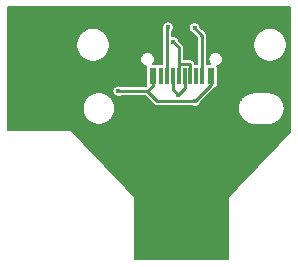
<source format=gbr>
%TF.GenerationSoftware,KiCad,Pcbnew,(5.1.10)-1*%
%TF.CreationDate,2022-02-26T10:37:02-05:00*%
%TF.ProjectId,001,3030312e-6b69-4636-9164-5f7063625858,rev?*%
%TF.SameCoordinates,Original*%
%TF.FileFunction,Copper,L2,Bot*%
%TF.FilePolarity,Positive*%
%FSLAX46Y46*%
G04 Gerber Fmt 4.6, Leading zero omitted, Abs format (unit mm)*
G04 Created by KiCad (PCBNEW (5.1.10)-1) date 2022-02-26 10:37:02*
%MOMM*%
%LPD*%
G01*
G04 APERTURE LIST*
%TA.AperFunction,ComponentPad*%
%ADD10O,1.000000X1.600000*%
%TD*%
%TA.AperFunction,ComponentPad*%
%ADD11O,1.000000X2.100000*%
%TD*%
%TA.AperFunction,SMDPad,CuDef*%
%ADD12R,0.300000X1.450000*%
%TD*%
%TA.AperFunction,SMDPad,CuDef*%
%ADD13R,0.600000X1.450000*%
%TD*%
%TA.AperFunction,ViaPad*%
%ADD14C,0.400000*%
%TD*%
%TA.AperFunction,Conductor*%
%ADD15C,0.250000*%
%TD*%
%TA.AperFunction,Conductor*%
%ADD16C,0.200000*%
%TD*%
%TA.AperFunction,Conductor*%
%ADD17C,0.100000*%
%TD*%
G04 APERTURE END LIST*
D10*
%TO.P,J1,S1*%
%TO.N,GND*%
X123120000Y-71350000D03*
X114480000Y-71350000D03*
D11*
X114480000Y-75530000D03*
X123120000Y-75530000D03*
D12*
%TO.P,J1,A6*%
%TO.N,Net-(J1-PadA6)*%
X118550000Y-76445000D03*
%TO.P,J1,B5*%
%TO.N,Net-(J1-PadB5)*%
X120550000Y-76445000D03*
%TO.P,J1,A8*%
%TO.N,Net-(J1-PadA8)*%
X120050000Y-76445000D03*
%TO.P,J1,B6*%
%TO.N,Net-(J1-PadA6)*%
X119550000Y-76445000D03*
%TO.P,J1,A7*%
%TO.N,Net-(J1-PadA7)*%
X119050000Y-76445000D03*
%TO.P,J1,B7*%
X118050000Y-76445000D03*
%TO.P,J1,A5*%
%TO.N,Net-(J1-PadA5)*%
X117550000Y-76445000D03*
%TO.P,J1,B8*%
%TO.N,Net-(J1-PadB8)*%
X117050000Y-76445000D03*
D13*
%TO.P,J1,A12*%
%TO.N,GND*%
X122050000Y-76445000D03*
%TO.P,J1,B4*%
%TO.N,/vcc*%
X121250000Y-76445000D03*
%TO.P,J1,A4*%
X116350000Y-76445000D03*
%TO.P,J1,A1*%
%TO.N,GND*%
X115550000Y-76445000D03*
%TO.P,J1,B12*%
X115550000Y-76445000D03*
%TO.P,J1,B9*%
%TO.N,/vcc*%
X116350000Y-76445000D03*
%TO.P,J1,A9*%
X121250000Y-76445000D03*
%TO.P,J1,B1*%
%TO.N,GND*%
X122050000Y-76445000D03*
%TD*%
D14*
%TO.N,/vcc*%
X113441268Y-77708732D03*
X119930001Y-78525001D03*
%TO.N,GND*%
X109046446Y-79053554D03*
%TO.N,Net-(J1-PadA6)*%
X118100000Y-73550000D03*
%TO.N,Net-(J1-PadB5)*%
X119900000Y-72350000D03*
%TO.N,Net-(J1-PadA7)*%
X118500000Y-78000000D03*
%TO.N,Net-(J1-PadA5)*%
X117650000Y-72300000D03*
%TD*%
D15*
%TO.N,/vcc*%
X116350000Y-77255002D02*
X116350000Y-76445000D01*
X115896270Y-77708732D02*
X116350000Y-77255002D01*
X113441268Y-77708732D02*
X115896270Y-77708732D01*
X116712539Y-78525001D02*
X115896270Y-77708732D01*
X119930001Y-78525001D02*
X116712539Y-78525001D01*
X121250000Y-77205002D02*
X119930001Y-78525001D01*
X121250000Y-76445000D02*
X121250000Y-77205002D01*
%TO.N,Net-(J1-PadA6)*%
X118550000Y-74000000D02*
X118100000Y-73550000D01*
X118550000Y-76445000D02*
X118550000Y-74000000D01*
X118550000Y-75484998D02*
X118550000Y-76445000D01*
X118639999Y-75394999D02*
X118550000Y-75484998D01*
X119474999Y-75394999D02*
X118639999Y-75394999D01*
X119550000Y-75470000D02*
X119474999Y-75394999D01*
X119550000Y-76445000D02*
X119550000Y-75470000D01*
%TO.N,Net-(J1-PadB5)*%
X120550000Y-73000000D02*
X119900000Y-72350000D01*
X120550000Y-76445000D02*
X120550000Y-73000000D01*
%TO.N,Net-(J1-PadA7)*%
X118050000Y-77550000D02*
X118050000Y-76445000D01*
X118500000Y-78000000D02*
X118050000Y-77550000D01*
X119050000Y-77450000D02*
X118500000Y-78000000D01*
X119050000Y-76445000D02*
X119050000Y-77450000D01*
%TO.N,Net-(J1-PadA5)*%
X117550000Y-72400000D02*
X117650000Y-72300000D01*
X117550000Y-76445000D02*
X117550000Y-72400000D01*
%TD*%
D16*
%TO.N,GND*%
X127975000Y-81148309D02*
X122828544Y-86540032D01*
X122819080Y-86547799D01*
X122806506Y-86563120D01*
X122803885Y-86565866D01*
X122796371Y-86575470D01*
X122778466Y-86597286D01*
X122776667Y-86600652D01*
X122774318Y-86603654D01*
X122761596Y-86628849D01*
X122748288Y-86653746D01*
X122747181Y-86657394D01*
X122745461Y-86660801D01*
X122737888Y-86688030D01*
X122729704Y-86715009D01*
X122729331Y-86718798D01*
X122728307Y-86722479D01*
X122726192Y-86750666D01*
X122725001Y-86762759D01*
X122725001Y-86766540D01*
X122723517Y-86786318D01*
X122725001Y-86798479D01*
X122725000Y-91953720D01*
X114875000Y-91953720D01*
X114875000Y-86798470D01*
X114876483Y-86786318D01*
X114875000Y-86766553D01*
X114875000Y-86762759D01*
X114873805Y-86750625D01*
X114871693Y-86722478D01*
X114870671Y-86718802D01*
X114870297Y-86715009D01*
X114862104Y-86688001D01*
X114854539Y-86660800D01*
X114852820Y-86657397D01*
X114851713Y-86653746D01*
X114838396Y-86628832D01*
X114825682Y-86603653D01*
X114823335Y-86600653D01*
X114821535Y-86597286D01*
X114803626Y-86575464D01*
X114796115Y-86565865D01*
X114793495Y-86563121D01*
X114780921Y-86547799D01*
X114771457Y-86540032D01*
X109543498Y-81062924D01*
X109530921Y-81047599D01*
X109509088Y-81029681D01*
X109487702Y-81011281D01*
X109484388Y-81009409D01*
X109481434Y-81006985D01*
X109456494Y-80993654D01*
X109431959Y-80979797D01*
X109428342Y-80978607D01*
X109424974Y-80976807D01*
X109397946Y-80968608D01*
X109371146Y-80959792D01*
X109367360Y-80959330D01*
X109363711Y-80958223D01*
X109335604Y-80955455D01*
X109307598Y-80952037D01*
X109287833Y-80953520D01*
X104125000Y-80953520D01*
X104125000Y-79041586D01*
X110411717Y-79041586D01*
X110411717Y-79315054D01*
X110465068Y-79583267D01*
X110569720Y-79835918D01*
X110721650Y-80063299D01*
X110915021Y-80256670D01*
X111142402Y-80408600D01*
X111395053Y-80513252D01*
X111663266Y-80566603D01*
X111936734Y-80566603D01*
X112204947Y-80513252D01*
X112457598Y-80408600D01*
X112684979Y-80256670D01*
X112878350Y-80063299D01*
X113030280Y-79835918D01*
X113134932Y-79583267D01*
X113188283Y-79315054D01*
X113188283Y-79156196D01*
X123576363Y-79156196D01*
X123576569Y-79185656D01*
X123576364Y-79215105D01*
X123576806Y-79219621D01*
X123598226Y-79423423D01*
X123604149Y-79452278D01*
X123609669Y-79481213D01*
X123610981Y-79485558D01*
X123671579Y-79681317D01*
X123682998Y-79708481D01*
X123694028Y-79735781D01*
X123696158Y-79739789D01*
X123793625Y-79920051D01*
X123810092Y-79944463D01*
X123826226Y-79969119D01*
X123829094Y-79972636D01*
X123959717Y-80130532D01*
X123980611Y-80151280D01*
X124001228Y-80172333D01*
X124004725Y-80175226D01*
X124163529Y-80304744D01*
X124188074Y-80321051D01*
X124212369Y-80337686D01*
X124216361Y-80339845D01*
X124397298Y-80436051D01*
X124424512Y-80447267D01*
X124451605Y-80458879D01*
X124455940Y-80460222D01*
X124652118Y-80519452D01*
X124681016Y-80525174D01*
X124709826Y-80531297D01*
X124714340Y-80531772D01*
X124918286Y-80551769D01*
X124918292Y-80551769D01*
X124934039Y-80553320D01*
X126165961Y-80553320D01*
X126182744Y-80551667D01*
X126196375Y-80551667D01*
X126200888Y-80551193D01*
X126404535Y-80528350D01*
X126433325Y-80522230D01*
X126462242Y-80516504D01*
X126466577Y-80515162D01*
X126661909Y-80453199D01*
X126688941Y-80441612D01*
X126716217Y-80430370D01*
X126720209Y-80428211D01*
X126899785Y-80329488D01*
X126924092Y-80312845D01*
X126948623Y-80296546D01*
X126952120Y-80293654D01*
X127109102Y-80161932D01*
X127129707Y-80140890D01*
X127150612Y-80120130D01*
X127153481Y-80116613D01*
X127281888Y-79956908D01*
X127298024Y-79932249D01*
X127314489Y-79907839D01*
X127316619Y-79903832D01*
X127411559Y-79722228D01*
X127422576Y-79694959D01*
X127434008Y-79667763D01*
X127435320Y-79663418D01*
X127493179Y-79466831D01*
X127498700Y-79437890D01*
X127504621Y-79409041D01*
X127505065Y-79404524D01*
X127523637Y-79200445D01*
X127523431Y-79170985D01*
X127523636Y-79141536D01*
X127523194Y-79137019D01*
X127501774Y-78933217D01*
X127495851Y-78904363D01*
X127490331Y-78875427D01*
X127489019Y-78871083D01*
X127428421Y-78675323D01*
X127417007Y-78648171D01*
X127405972Y-78620859D01*
X127403842Y-78616852D01*
X127306375Y-78436589D01*
X127289908Y-78412177D01*
X127273774Y-78387521D01*
X127270906Y-78384004D01*
X127140283Y-78226108D01*
X127119372Y-78205343D01*
X127098772Y-78184307D01*
X127095275Y-78181414D01*
X126936470Y-78051896D01*
X126911921Y-78035585D01*
X126887631Y-78018954D01*
X126883639Y-78016795D01*
X126702702Y-77920589D01*
X126675520Y-77909386D01*
X126648395Y-77897760D01*
X126644060Y-77896418D01*
X126447882Y-77837188D01*
X126418984Y-77831466D01*
X126390174Y-77825343D01*
X126385660Y-77824868D01*
X126181714Y-77804871D01*
X126181708Y-77804871D01*
X126165961Y-77803320D01*
X124934039Y-77803320D01*
X124917256Y-77804973D01*
X124903625Y-77804973D01*
X124899112Y-77805447D01*
X124695465Y-77828290D01*
X124666638Y-77834418D01*
X124637758Y-77840137D01*
X124633422Y-77841478D01*
X124438091Y-77903441D01*
X124411047Y-77915033D01*
X124383783Y-77926270D01*
X124379791Y-77928428D01*
X124200215Y-78027152D01*
X124175934Y-78043777D01*
X124151377Y-78060093D01*
X124147880Y-78062986D01*
X123990899Y-78194708D01*
X123970296Y-78215747D01*
X123949388Y-78236510D01*
X123946519Y-78240027D01*
X123818112Y-78399733D01*
X123801976Y-78424392D01*
X123785511Y-78448802D01*
X123783380Y-78452809D01*
X123688441Y-78634412D01*
X123677412Y-78661710D01*
X123665992Y-78688877D01*
X123664680Y-78693221D01*
X123606821Y-78889809D01*
X123601299Y-78918756D01*
X123595379Y-78947599D01*
X123594935Y-78952116D01*
X123576363Y-79156196D01*
X113188283Y-79156196D01*
X113188283Y-79041586D01*
X113134932Y-78773373D01*
X113030280Y-78520722D01*
X112878350Y-78293341D01*
X112684979Y-78099970D01*
X112457598Y-77948040D01*
X112204947Y-77843388D01*
X111936734Y-77790037D01*
X111663266Y-77790037D01*
X111395053Y-77843388D01*
X111142402Y-77948040D01*
X110915021Y-78099970D01*
X110721650Y-78293341D01*
X110569720Y-78520722D01*
X110465068Y-78773373D01*
X110411717Y-79041586D01*
X104125000Y-79041586D01*
X104125000Y-77659486D01*
X112941268Y-77659486D01*
X112941268Y-77757978D01*
X112960483Y-77854577D01*
X112998174Y-77945571D01*
X113052893Y-78027463D01*
X113122537Y-78097107D01*
X113204429Y-78151826D01*
X113295423Y-78189517D01*
X113392022Y-78208732D01*
X113490514Y-78208732D01*
X113587113Y-78189517D01*
X113678107Y-78151826D01*
X113705186Y-78133732D01*
X115720230Y-78133732D01*
X116397260Y-78810763D01*
X116410565Y-78826975D01*
X116426777Y-78840280D01*
X116426778Y-78840281D01*
X116430983Y-78843732D01*
X116475279Y-78880085D01*
X116523394Y-78905802D01*
X116549111Y-78919549D01*
X116594166Y-78933216D01*
X116629225Y-78943851D01*
X116691665Y-78950001D01*
X116691672Y-78950001D01*
X116712539Y-78952056D01*
X116733406Y-78950001D01*
X119666083Y-78950001D01*
X119693162Y-78968095D01*
X119784156Y-79005786D01*
X119880755Y-79025001D01*
X119979247Y-79025001D01*
X120075846Y-79005786D01*
X120166840Y-78968095D01*
X120248732Y-78913376D01*
X120318376Y-78843732D01*
X120373095Y-78761840D01*
X120410786Y-78670846D01*
X120417140Y-78638902D01*
X121535762Y-77520281D01*
X121551974Y-77506976D01*
X121581603Y-77470874D01*
X121583866Y-77468116D01*
X121608810Y-77465659D01*
X121665360Y-77448504D01*
X121717477Y-77420647D01*
X121763158Y-77383158D01*
X121800647Y-77337477D01*
X121828504Y-77285360D01*
X121845659Y-77228810D01*
X121851451Y-77170000D01*
X121851451Y-75720000D01*
X121845659Y-75661190D01*
X121829950Y-75609406D01*
X121872306Y-75600981D01*
X121986048Y-75553868D01*
X122088414Y-75485469D01*
X122175469Y-75398414D01*
X122243868Y-75296048D01*
X122290981Y-75182306D01*
X122315000Y-75061557D01*
X122315000Y-74938443D01*
X122290981Y-74817694D01*
X122243868Y-74703952D01*
X122175469Y-74601586D01*
X122088414Y-74514531D01*
X121986048Y-74446132D01*
X121872306Y-74399019D01*
X121751557Y-74375000D01*
X121628443Y-74375000D01*
X121507694Y-74399019D01*
X121393952Y-74446132D01*
X121291586Y-74514531D01*
X121204531Y-74601586D01*
X121136132Y-74703952D01*
X121089019Y-74817694D01*
X121065000Y-74938443D01*
X121065000Y-75061557D01*
X121089019Y-75182306D01*
X121136132Y-75296048D01*
X121204531Y-75398414D01*
X121224666Y-75418549D01*
X120975000Y-75418549D01*
X120975000Y-73636685D01*
X124859178Y-73636685D01*
X124859178Y-73919955D01*
X124914441Y-74197781D01*
X125022844Y-74459488D01*
X125180220Y-74695018D01*
X125380522Y-74895320D01*
X125616052Y-75052696D01*
X125877759Y-75161099D01*
X126155585Y-75216362D01*
X126438855Y-75216362D01*
X126716681Y-75161099D01*
X126978388Y-75052696D01*
X127213918Y-74895320D01*
X127414220Y-74695018D01*
X127571596Y-74459488D01*
X127679999Y-74197781D01*
X127735262Y-73919955D01*
X127735262Y-73636685D01*
X127679999Y-73358859D01*
X127571596Y-73097152D01*
X127414220Y-72861622D01*
X127213918Y-72661320D01*
X126978388Y-72503944D01*
X126716681Y-72395541D01*
X126438855Y-72340278D01*
X126155585Y-72340278D01*
X125877759Y-72395541D01*
X125616052Y-72503944D01*
X125380522Y-72661320D01*
X125180220Y-72861622D01*
X125022844Y-73097152D01*
X124914441Y-73358859D01*
X124859178Y-73636685D01*
X120975000Y-73636685D01*
X120975000Y-73020867D01*
X120977055Y-73000000D01*
X120975000Y-72979133D01*
X120975000Y-72979126D01*
X120968850Y-72916686D01*
X120944548Y-72836573D01*
X120944548Y-72836572D01*
X120930801Y-72810855D01*
X120905084Y-72762740D01*
X120851974Y-72698026D01*
X120835762Y-72684721D01*
X120387139Y-72236099D01*
X120380785Y-72204155D01*
X120343094Y-72113161D01*
X120288375Y-72031269D01*
X120218731Y-71961625D01*
X120136839Y-71906906D01*
X120045845Y-71869215D01*
X119949246Y-71850000D01*
X119850754Y-71850000D01*
X119754155Y-71869215D01*
X119663161Y-71906906D01*
X119581269Y-71961625D01*
X119511625Y-72031269D01*
X119456906Y-72113161D01*
X119419215Y-72204155D01*
X119400000Y-72300754D01*
X119400000Y-72399246D01*
X119419215Y-72495845D01*
X119456906Y-72586839D01*
X119511625Y-72668731D01*
X119581269Y-72738375D01*
X119663161Y-72793094D01*
X119754155Y-72830785D01*
X119786099Y-72837139D01*
X120125001Y-73176042D01*
X120125000Y-75418549D01*
X119971988Y-75418549D01*
X119968850Y-75386686D01*
X119944548Y-75306573D01*
X119905084Y-75232740D01*
X119851974Y-75168026D01*
X119835756Y-75154716D01*
X119790283Y-75109243D01*
X119776973Y-75093025D01*
X119712259Y-75039915D01*
X119638426Y-75000451D01*
X119558313Y-74976149D01*
X119495873Y-74969999D01*
X119495866Y-74969999D01*
X119474999Y-74967944D01*
X119454132Y-74969999D01*
X118975000Y-74969999D01*
X118975000Y-74020866D01*
X118977055Y-73999999D01*
X118975000Y-73979132D01*
X118975000Y-73979126D01*
X118968850Y-73916686D01*
X118944548Y-73836573D01*
X118905084Y-73762740D01*
X118851974Y-73698026D01*
X118835762Y-73684721D01*
X118587139Y-73436099D01*
X118580785Y-73404155D01*
X118543094Y-73313161D01*
X118488375Y-73231269D01*
X118418731Y-73161625D01*
X118336839Y-73106906D01*
X118245845Y-73069215D01*
X118149246Y-73050000D01*
X118050754Y-73050000D01*
X117975000Y-73065069D01*
X117975000Y-72682106D01*
X118038375Y-72618731D01*
X118093094Y-72536839D01*
X118130785Y-72445845D01*
X118150000Y-72349246D01*
X118150000Y-72250754D01*
X118130785Y-72154155D01*
X118093094Y-72063161D01*
X118038375Y-71981269D01*
X117968731Y-71911625D01*
X117886839Y-71856906D01*
X117795845Y-71819215D01*
X117699246Y-71800000D01*
X117600754Y-71800000D01*
X117504155Y-71819215D01*
X117413161Y-71856906D01*
X117331269Y-71911625D01*
X117261625Y-71981269D01*
X117206906Y-72063161D01*
X117169215Y-72154155D01*
X117150000Y-72250754D01*
X117150000Y-72254548D01*
X117131150Y-72316686D01*
X117122945Y-72400000D01*
X117125001Y-72420877D01*
X117125000Y-75418549D01*
X116900000Y-75418549D01*
X116841190Y-75424341D01*
X116784640Y-75441496D01*
X116775000Y-75446649D01*
X116765360Y-75441496D01*
X116708810Y-75424341D01*
X116650000Y-75418549D01*
X116375334Y-75418549D01*
X116395469Y-75398414D01*
X116463868Y-75296048D01*
X116510981Y-75182306D01*
X116535000Y-75061557D01*
X116535000Y-74938443D01*
X116510981Y-74817694D01*
X116463868Y-74703952D01*
X116395469Y-74601586D01*
X116308414Y-74514531D01*
X116206048Y-74446132D01*
X116092306Y-74399019D01*
X115971557Y-74375000D01*
X115848443Y-74375000D01*
X115727694Y-74399019D01*
X115613952Y-74446132D01*
X115511586Y-74514531D01*
X115424531Y-74601586D01*
X115356132Y-74703952D01*
X115309019Y-74817694D01*
X115285000Y-74938443D01*
X115285000Y-75061557D01*
X115309019Y-75182306D01*
X115356132Y-75296048D01*
X115424531Y-75398414D01*
X115511586Y-75485469D01*
X115613952Y-75553868D01*
X115727694Y-75600981D01*
X115770050Y-75609406D01*
X115754341Y-75661190D01*
X115748549Y-75720000D01*
X115748549Y-77170000D01*
X115754341Y-77228810D01*
X115759185Y-77244777D01*
X115720230Y-77283732D01*
X113705186Y-77283732D01*
X113678107Y-77265638D01*
X113587113Y-77227947D01*
X113490514Y-77208732D01*
X113392022Y-77208732D01*
X113295423Y-77227947D01*
X113204429Y-77265638D01*
X113122537Y-77320357D01*
X113052893Y-77390001D01*
X112998174Y-77471893D01*
X112960483Y-77562887D01*
X112941268Y-77659486D01*
X104125000Y-77659486D01*
X104125000Y-73636685D01*
X109859178Y-73636685D01*
X109859178Y-73919955D01*
X109914441Y-74197781D01*
X110022844Y-74459488D01*
X110180220Y-74695018D01*
X110380522Y-74895320D01*
X110616052Y-75052696D01*
X110877759Y-75161099D01*
X111155585Y-75216362D01*
X111438855Y-75216362D01*
X111716681Y-75161099D01*
X111978388Y-75052696D01*
X112213918Y-74895320D01*
X112414220Y-74695018D01*
X112571596Y-74459488D01*
X112679999Y-74197781D01*
X112735262Y-73919955D01*
X112735262Y-73636685D01*
X112679999Y-73358859D01*
X112571596Y-73097152D01*
X112414220Y-72861622D01*
X112213918Y-72661320D01*
X111978388Y-72503944D01*
X111716681Y-72395541D01*
X111438855Y-72340278D01*
X111155585Y-72340278D01*
X110877759Y-72395541D01*
X110616052Y-72503944D01*
X110380522Y-72661320D01*
X110180220Y-72861622D01*
X110022844Y-73097152D01*
X109914441Y-73358859D01*
X109859178Y-73636685D01*
X104125000Y-73636685D01*
X104125000Y-70603320D01*
X127975001Y-70603320D01*
X127975000Y-81148309D01*
%TA.AperFunction,Conductor*%
D17*
G36*
X127975000Y-81148309D02*
G01*
X122828544Y-86540032D01*
X122819080Y-86547799D01*
X122806506Y-86563120D01*
X122803885Y-86565866D01*
X122796371Y-86575470D01*
X122778466Y-86597286D01*
X122776667Y-86600652D01*
X122774318Y-86603654D01*
X122761596Y-86628849D01*
X122748288Y-86653746D01*
X122747181Y-86657394D01*
X122745461Y-86660801D01*
X122737888Y-86688030D01*
X122729704Y-86715009D01*
X122729331Y-86718798D01*
X122728307Y-86722479D01*
X122726192Y-86750666D01*
X122725001Y-86762759D01*
X122725001Y-86766540D01*
X122723517Y-86786318D01*
X122725001Y-86798479D01*
X122725000Y-91953720D01*
X114875000Y-91953720D01*
X114875000Y-86798470D01*
X114876483Y-86786318D01*
X114875000Y-86766553D01*
X114875000Y-86762759D01*
X114873805Y-86750625D01*
X114871693Y-86722478D01*
X114870671Y-86718802D01*
X114870297Y-86715009D01*
X114862104Y-86688001D01*
X114854539Y-86660800D01*
X114852820Y-86657397D01*
X114851713Y-86653746D01*
X114838396Y-86628832D01*
X114825682Y-86603653D01*
X114823335Y-86600653D01*
X114821535Y-86597286D01*
X114803626Y-86575464D01*
X114796115Y-86565865D01*
X114793495Y-86563121D01*
X114780921Y-86547799D01*
X114771457Y-86540032D01*
X109543498Y-81062924D01*
X109530921Y-81047599D01*
X109509088Y-81029681D01*
X109487702Y-81011281D01*
X109484388Y-81009409D01*
X109481434Y-81006985D01*
X109456494Y-80993654D01*
X109431959Y-80979797D01*
X109428342Y-80978607D01*
X109424974Y-80976807D01*
X109397946Y-80968608D01*
X109371146Y-80959792D01*
X109367360Y-80959330D01*
X109363711Y-80958223D01*
X109335604Y-80955455D01*
X109307598Y-80952037D01*
X109287833Y-80953520D01*
X104125000Y-80953520D01*
X104125000Y-79041586D01*
X110411717Y-79041586D01*
X110411717Y-79315054D01*
X110465068Y-79583267D01*
X110569720Y-79835918D01*
X110721650Y-80063299D01*
X110915021Y-80256670D01*
X111142402Y-80408600D01*
X111395053Y-80513252D01*
X111663266Y-80566603D01*
X111936734Y-80566603D01*
X112204947Y-80513252D01*
X112457598Y-80408600D01*
X112684979Y-80256670D01*
X112878350Y-80063299D01*
X113030280Y-79835918D01*
X113134932Y-79583267D01*
X113188283Y-79315054D01*
X113188283Y-79156196D01*
X123576363Y-79156196D01*
X123576569Y-79185656D01*
X123576364Y-79215105D01*
X123576806Y-79219621D01*
X123598226Y-79423423D01*
X123604149Y-79452278D01*
X123609669Y-79481213D01*
X123610981Y-79485558D01*
X123671579Y-79681317D01*
X123682998Y-79708481D01*
X123694028Y-79735781D01*
X123696158Y-79739789D01*
X123793625Y-79920051D01*
X123810092Y-79944463D01*
X123826226Y-79969119D01*
X123829094Y-79972636D01*
X123959717Y-80130532D01*
X123980611Y-80151280D01*
X124001228Y-80172333D01*
X124004725Y-80175226D01*
X124163529Y-80304744D01*
X124188074Y-80321051D01*
X124212369Y-80337686D01*
X124216361Y-80339845D01*
X124397298Y-80436051D01*
X124424512Y-80447267D01*
X124451605Y-80458879D01*
X124455940Y-80460222D01*
X124652118Y-80519452D01*
X124681016Y-80525174D01*
X124709826Y-80531297D01*
X124714340Y-80531772D01*
X124918286Y-80551769D01*
X124918292Y-80551769D01*
X124934039Y-80553320D01*
X126165961Y-80553320D01*
X126182744Y-80551667D01*
X126196375Y-80551667D01*
X126200888Y-80551193D01*
X126404535Y-80528350D01*
X126433325Y-80522230D01*
X126462242Y-80516504D01*
X126466577Y-80515162D01*
X126661909Y-80453199D01*
X126688941Y-80441612D01*
X126716217Y-80430370D01*
X126720209Y-80428211D01*
X126899785Y-80329488D01*
X126924092Y-80312845D01*
X126948623Y-80296546D01*
X126952120Y-80293654D01*
X127109102Y-80161932D01*
X127129707Y-80140890D01*
X127150612Y-80120130D01*
X127153481Y-80116613D01*
X127281888Y-79956908D01*
X127298024Y-79932249D01*
X127314489Y-79907839D01*
X127316619Y-79903832D01*
X127411559Y-79722228D01*
X127422576Y-79694959D01*
X127434008Y-79667763D01*
X127435320Y-79663418D01*
X127493179Y-79466831D01*
X127498700Y-79437890D01*
X127504621Y-79409041D01*
X127505065Y-79404524D01*
X127523637Y-79200445D01*
X127523431Y-79170985D01*
X127523636Y-79141536D01*
X127523194Y-79137019D01*
X127501774Y-78933217D01*
X127495851Y-78904363D01*
X127490331Y-78875427D01*
X127489019Y-78871083D01*
X127428421Y-78675323D01*
X127417007Y-78648171D01*
X127405972Y-78620859D01*
X127403842Y-78616852D01*
X127306375Y-78436589D01*
X127289908Y-78412177D01*
X127273774Y-78387521D01*
X127270906Y-78384004D01*
X127140283Y-78226108D01*
X127119372Y-78205343D01*
X127098772Y-78184307D01*
X127095275Y-78181414D01*
X126936470Y-78051896D01*
X126911921Y-78035585D01*
X126887631Y-78018954D01*
X126883639Y-78016795D01*
X126702702Y-77920589D01*
X126675520Y-77909386D01*
X126648395Y-77897760D01*
X126644060Y-77896418D01*
X126447882Y-77837188D01*
X126418984Y-77831466D01*
X126390174Y-77825343D01*
X126385660Y-77824868D01*
X126181714Y-77804871D01*
X126181708Y-77804871D01*
X126165961Y-77803320D01*
X124934039Y-77803320D01*
X124917256Y-77804973D01*
X124903625Y-77804973D01*
X124899112Y-77805447D01*
X124695465Y-77828290D01*
X124666638Y-77834418D01*
X124637758Y-77840137D01*
X124633422Y-77841478D01*
X124438091Y-77903441D01*
X124411047Y-77915033D01*
X124383783Y-77926270D01*
X124379791Y-77928428D01*
X124200215Y-78027152D01*
X124175934Y-78043777D01*
X124151377Y-78060093D01*
X124147880Y-78062986D01*
X123990899Y-78194708D01*
X123970296Y-78215747D01*
X123949388Y-78236510D01*
X123946519Y-78240027D01*
X123818112Y-78399733D01*
X123801976Y-78424392D01*
X123785511Y-78448802D01*
X123783380Y-78452809D01*
X123688441Y-78634412D01*
X123677412Y-78661710D01*
X123665992Y-78688877D01*
X123664680Y-78693221D01*
X123606821Y-78889809D01*
X123601299Y-78918756D01*
X123595379Y-78947599D01*
X123594935Y-78952116D01*
X123576363Y-79156196D01*
X113188283Y-79156196D01*
X113188283Y-79041586D01*
X113134932Y-78773373D01*
X113030280Y-78520722D01*
X112878350Y-78293341D01*
X112684979Y-78099970D01*
X112457598Y-77948040D01*
X112204947Y-77843388D01*
X111936734Y-77790037D01*
X111663266Y-77790037D01*
X111395053Y-77843388D01*
X111142402Y-77948040D01*
X110915021Y-78099970D01*
X110721650Y-78293341D01*
X110569720Y-78520722D01*
X110465068Y-78773373D01*
X110411717Y-79041586D01*
X104125000Y-79041586D01*
X104125000Y-77659486D01*
X112941268Y-77659486D01*
X112941268Y-77757978D01*
X112960483Y-77854577D01*
X112998174Y-77945571D01*
X113052893Y-78027463D01*
X113122537Y-78097107D01*
X113204429Y-78151826D01*
X113295423Y-78189517D01*
X113392022Y-78208732D01*
X113490514Y-78208732D01*
X113587113Y-78189517D01*
X113678107Y-78151826D01*
X113705186Y-78133732D01*
X115720230Y-78133732D01*
X116397260Y-78810763D01*
X116410565Y-78826975D01*
X116426777Y-78840280D01*
X116426778Y-78840281D01*
X116430983Y-78843732D01*
X116475279Y-78880085D01*
X116523394Y-78905802D01*
X116549111Y-78919549D01*
X116594166Y-78933216D01*
X116629225Y-78943851D01*
X116691665Y-78950001D01*
X116691672Y-78950001D01*
X116712539Y-78952056D01*
X116733406Y-78950001D01*
X119666083Y-78950001D01*
X119693162Y-78968095D01*
X119784156Y-79005786D01*
X119880755Y-79025001D01*
X119979247Y-79025001D01*
X120075846Y-79005786D01*
X120166840Y-78968095D01*
X120248732Y-78913376D01*
X120318376Y-78843732D01*
X120373095Y-78761840D01*
X120410786Y-78670846D01*
X120417140Y-78638902D01*
X121535762Y-77520281D01*
X121551974Y-77506976D01*
X121581603Y-77470874D01*
X121583866Y-77468116D01*
X121608810Y-77465659D01*
X121665360Y-77448504D01*
X121717477Y-77420647D01*
X121763158Y-77383158D01*
X121800647Y-77337477D01*
X121828504Y-77285360D01*
X121845659Y-77228810D01*
X121851451Y-77170000D01*
X121851451Y-75720000D01*
X121845659Y-75661190D01*
X121829950Y-75609406D01*
X121872306Y-75600981D01*
X121986048Y-75553868D01*
X122088414Y-75485469D01*
X122175469Y-75398414D01*
X122243868Y-75296048D01*
X122290981Y-75182306D01*
X122315000Y-75061557D01*
X122315000Y-74938443D01*
X122290981Y-74817694D01*
X122243868Y-74703952D01*
X122175469Y-74601586D01*
X122088414Y-74514531D01*
X121986048Y-74446132D01*
X121872306Y-74399019D01*
X121751557Y-74375000D01*
X121628443Y-74375000D01*
X121507694Y-74399019D01*
X121393952Y-74446132D01*
X121291586Y-74514531D01*
X121204531Y-74601586D01*
X121136132Y-74703952D01*
X121089019Y-74817694D01*
X121065000Y-74938443D01*
X121065000Y-75061557D01*
X121089019Y-75182306D01*
X121136132Y-75296048D01*
X121204531Y-75398414D01*
X121224666Y-75418549D01*
X120975000Y-75418549D01*
X120975000Y-73636685D01*
X124859178Y-73636685D01*
X124859178Y-73919955D01*
X124914441Y-74197781D01*
X125022844Y-74459488D01*
X125180220Y-74695018D01*
X125380522Y-74895320D01*
X125616052Y-75052696D01*
X125877759Y-75161099D01*
X126155585Y-75216362D01*
X126438855Y-75216362D01*
X126716681Y-75161099D01*
X126978388Y-75052696D01*
X127213918Y-74895320D01*
X127414220Y-74695018D01*
X127571596Y-74459488D01*
X127679999Y-74197781D01*
X127735262Y-73919955D01*
X127735262Y-73636685D01*
X127679999Y-73358859D01*
X127571596Y-73097152D01*
X127414220Y-72861622D01*
X127213918Y-72661320D01*
X126978388Y-72503944D01*
X126716681Y-72395541D01*
X126438855Y-72340278D01*
X126155585Y-72340278D01*
X125877759Y-72395541D01*
X125616052Y-72503944D01*
X125380522Y-72661320D01*
X125180220Y-72861622D01*
X125022844Y-73097152D01*
X124914441Y-73358859D01*
X124859178Y-73636685D01*
X120975000Y-73636685D01*
X120975000Y-73020867D01*
X120977055Y-73000000D01*
X120975000Y-72979133D01*
X120975000Y-72979126D01*
X120968850Y-72916686D01*
X120944548Y-72836573D01*
X120944548Y-72836572D01*
X120930801Y-72810855D01*
X120905084Y-72762740D01*
X120851974Y-72698026D01*
X120835762Y-72684721D01*
X120387139Y-72236099D01*
X120380785Y-72204155D01*
X120343094Y-72113161D01*
X120288375Y-72031269D01*
X120218731Y-71961625D01*
X120136839Y-71906906D01*
X120045845Y-71869215D01*
X119949246Y-71850000D01*
X119850754Y-71850000D01*
X119754155Y-71869215D01*
X119663161Y-71906906D01*
X119581269Y-71961625D01*
X119511625Y-72031269D01*
X119456906Y-72113161D01*
X119419215Y-72204155D01*
X119400000Y-72300754D01*
X119400000Y-72399246D01*
X119419215Y-72495845D01*
X119456906Y-72586839D01*
X119511625Y-72668731D01*
X119581269Y-72738375D01*
X119663161Y-72793094D01*
X119754155Y-72830785D01*
X119786099Y-72837139D01*
X120125001Y-73176042D01*
X120125000Y-75418549D01*
X119971988Y-75418549D01*
X119968850Y-75386686D01*
X119944548Y-75306573D01*
X119905084Y-75232740D01*
X119851974Y-75168026D01*
X119835756Y-75154716D01*
X119790283Y-75109243D01*
X119776973Y-75093025D01*
X119712259Y-75039915D01*
X119638426Y-75000451D01*
X119558313Y-74976149D01*
X119495873Y-74969999D01*
X119495866Y-74969999D01*
X119474999Y-74967944D01*
X119454132Y-74969999D01*
X118975000Y-74969999D01*
X118975000Y-74020866D01*
X118977055Y-73999999D01*
X118975000Y-73979132D01*
X118975000Y-73979126D01*
X118968850Y-73916686D01*
X118944548Y-73836573D01*
X118905084Y-73762740D01*
X118851974Y-73698026D01*
X118835762Y-73684721D01*
X118587139Y-73436099D01*
X118580785Y-73404155D01*
X118543094Y-73313161D01*
X118488375Y-73231269D01*
X118418731Y-73161625D01*
X118336839Y-73106906D01*
X118245845Y-73069215D01*
X118149246Y-73050000D01*
X118050754Y-73050000D01*
X117975000Y-73065069D01*
X117975000Y-72682106D01*
X118038375Y-72618731D01*
X118093094Y-72536839D01*
X118130785Y-72445845D01*
X118150000Y-72349246D01*
X118150000Y-72250754D01*
X118130785Y-72154155D01*
X118093094Y-72063161D01*
X118038375Y-71981269D01*
X117968731Y-71911625D01*
X117886839Y-71856906D01*
X117795845Y-71819215D01*
X117699246Y-71800000D01*
X117600754Y-71800000D01*
X117504155Y-71819215D01*
X117413161Y-71856906D01*
X117331269Y-71911625D01*
X117261625Y-71981269D01*
X117206906Y-72063161D01*
X117169215Y-72154155D01*
X117150000Y-72250754D01*
X117150000Y-72254548D01*
X117131150Y-72316686D01*
X117122945Y-72400000D01*
X117125001Y-72420877D01*
X117125000Y-75418549D01*
X116900000Y-75418549D01*
X116841190Y-75424341D01*
X116784640Y-75441496D01*
X116775000Y-75446649D01*
X116765360Y-75441496D01*
X116708810Y-75424341D01*
X116650000Y-75418549D01*
X116375334Y-75418549D01*
X116395469Y-75398414D01*
X116463868Y-75296048D01*
X116510981Y-75182306D01*
X116535000Y-75061557D01*
X116535000Y-74938443D01*
X116510981Y-74817694D01*
X116463868Y-74703952D01*
X116395469Y-74601586D01*
X116308414Y-74514531D01*
X116206048Y-74446132D01*
X116092306Y-74399019D01*
X115971557Y-74375000D01*
X115848443Y-74375000D01*
X115727694Y-74399019D01*
X115613952Y-74446132D01*
X115511586Y-74514531D01*
X115424531Y-74601586D01*
X115356132Y-74703952D01*
X115309019Y-74817694D01*
X115285000Y-74938443D01*
X115285000Y-75061557D01*
X115309019Y-75182306D01*
X115356132Y-75296048D01*
X115424531Y-75398414D01*
X115511586Y-75485469D01*
X115613952Y-75553868D01*
X115727694Y-75600981D01*
X115770050Y-75609406D01*
X115754341Y-75661190D01*
X115748549Y-75720000D01*
X115748549Y-77170000D01*
X115754341Y-77228810D01*
X115759185Y-77244777D01*
X115720230Y-77283732D01*
X113705186Y-77283732D01*
X113678107Y-77265638D01*
X113587113Y-77227947D01*
X113490514Y-77208732D01*
X113392022Y-77208732D01*
X113295423Y-77227947D01*
X113204429Y-77265638D01*
X113122537Y-77320357D01*
X113052893Y-77390001D01*
X112998174Y-77471893D01*
X112960483Y-77562887D01*
X112941268Y-77659486D01*
X104125000Y-77659486D01*
X104125000Y-73636685D01*
X109859178Y-73636685D01*
X109859178Y-73919955D01*
X109914441Y-74197781D01*
X110022844Y-74459488D01*
X110180220Y-74695018D01*
X110380522Y-74895320D01*
X110616052Y-75052696D01*
X110877759Y-75161099D01*
X111155585Y-75216362D01*
X111438855Y-75216362D01*
X111716681Y-75161099D01*
X111978388Y-75052696D01*
X112213918Y-74895320D01*
X112414220Y-74695018D01*
X112571596Y-74459488D01*
X112679999Y-74197781D01*
X112735262Y-73919955D01*
X112735262Y-73636685D01*
X112679999Y-73358859D01*
X112571596Y-73097152D01*
X112414220Y-72861622D01*
X112213918Y-72661320D01*
X111978388Y-72503944D01*
X111716681Y-72395541D01*
X111438855Y-72340278D01*
X111155585Y-72340278D01*
X110877759Y-72395541D01*
X110616052Y-72503944D01*
X110380522Y-72661320D01*
X110180220Y-72861622D01*
X110022844Y-73097152D01*
X109914441Y-73358859D01*
X109859178Y-73636685D01*
X104125000Y-73636685D01*
X104125000Y-70603320D01*
X127975001Y-70603320D01*
X127975000Y-81148309D01*
G37*
%TD.AperFunction*%
%TD*%
M02*

</source>
